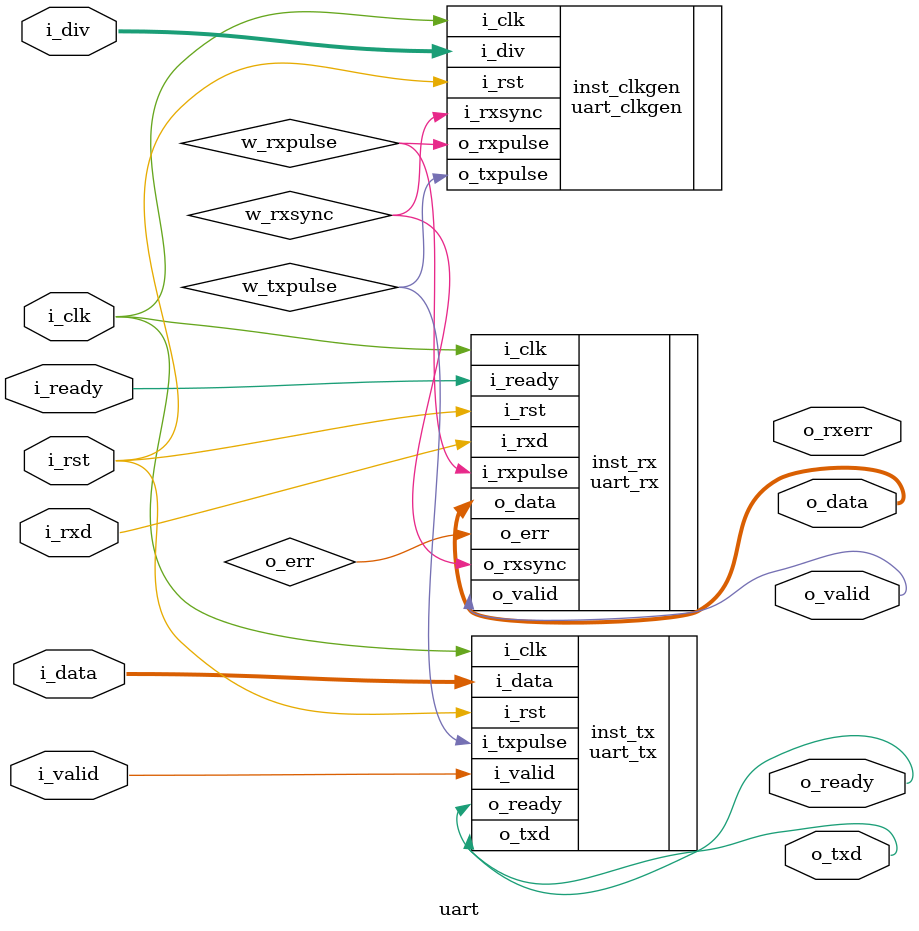
<source format=v>
module uart #(
    parameter DIV_BITS = 10
) (
    input i_clk,
    input i_rst,

    input [DIV_BITS-1:0] i_div,

    input i_rxd,
    output o_txd,

    output [8-1:0] o_data,              //Output data
    output o_valid,                     //Finish output process
    input i_ready,                      //Ready to recieve

    input [8-1:0] i_data,               //Input data
    input i_valid,                      //Finish input process
    output o_ready,                     //Ready to send

    output o_rxerr

);

wire w_rxsync;

wire w_txpulse;
wire w_rxpulse;

uart_clkgen #(.DIV_BITS(DIV_BITS)) inst_clkgen (
    .i_clk(i_clk),
    .i_rst(i_rst),
    .i_div(i_div),
    .i_rxsync(w_rxsync),
    .o_txpulse(w_txpulse),
    .o_rxpulse(w_rxpulse)
);

uart_rx inst_rx (
    .o_data(o_data),
    .o_valid(o_valid),
    .i_ready(i_ready),

    .i_clk(i_clk),
    .i_rst(i_rst),

    .i_rxd(i_rxd),

    .i_rxpulse(w_rxpulse),   
    
    .o_err(o_err),
    .o_rxsync(w_rxsync)
);

uart_tx inst_tx (
    .i_data(i_data),
    .i_valid(i_valid),
    .o_ready(o_ready),

    .i_clk(i_clk),
    .i_rst(i_rst),

    .o_txd(o_txd),

    .i_txpulse(w_txpulse)
);
    
endmodule
</source>
